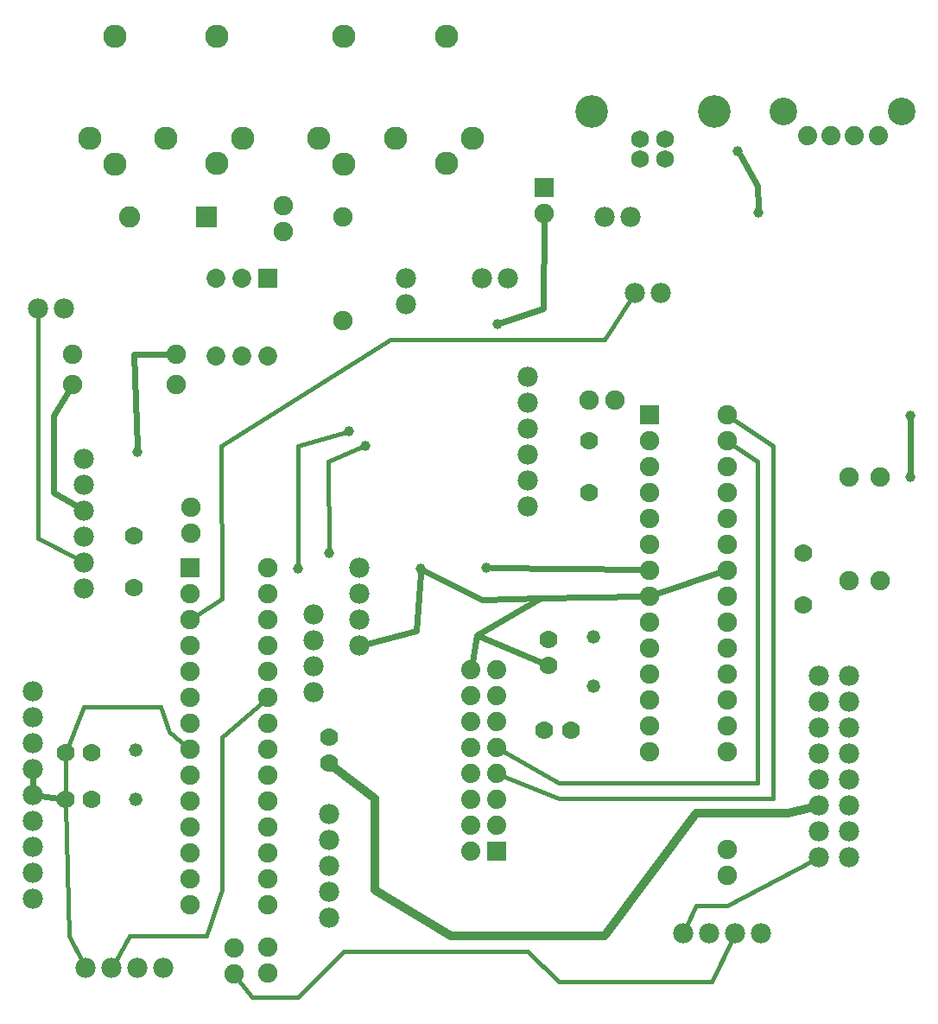
<source format=gtl>
G04 MADE WITH FRITZING*
G04 WWW.FRITZING.ORG*
G04 DOUBLE SIDED*
G04 HOLES PLATED*
G04 CONTOUR ON CENTER OF CONTOUR VECTOR*
%ASAXBY*%
%FSLAX23Y23*%
%MOIN*%
%OFA0B0*%
%SFA1.0B1.0*%
%ADD10C,0.039370*%
%ADD11C,0.052000*%
%ADD12C,0.070000*%
%ADD13C,0.078000*%
%ADD14C,0.068000*%
%ADD15C,0.126000*%
%ADD16C,0.074000*%
%ADD17C,0.106614*%
%ADD18C,0.072361*%
%ADD19C,0.072917*%
%ADD20C,0.082000*%
%ADD21C,0.090000*%
%ADD22C,0.075000*%
%ADD23R,0.072361X0.072361*%
%ADD24R,0.082000X0.082000*%
%ADD25R,0.074000X0.074000*%
%ADD26R,0.075000X0.075000*%
%ADD27C,0.016000*%
%ADD28C,0.024000*%
%ADD29C,0.032000*%
%LNCOPPER1*%
G90*
G70*
G54D10*
X3611Y2362D03*
X3611Y2125D03*
X3025Y3145D03*
X2944Y3383D03*
X2017Y2716D03*
X629Y2222D03*
X1507Y2246D03*
X1367Y1830D03*
X1446Y2302D03*
X1249Y1771D03*
X1722Y1771D03*
X1974Y1775D03*
G54D11*
X2389Y1509D03*
X2389Y1319D03*
X2389Y1509D03*
X2389Y1319D03*
X620Y1072D03*
X620Y882D03*
X620Y1072D03*
X620Y882D03*
G54D12*
X2214Y1398D03*
X2214Y1498D03*
X2300Y1147D03*
X2199Y1147D03*
X451Y880D03*
X351Y880D03*
X351Y1060D03*
X451Y1060D03*
G54D13*
X223Y1299D03*
X223Y1199D03*
X223Y1099D03*
X223Y999D03*
X223Y899D03*
X223Y799D03*
X223Y699D03*
X223Y599D03*
X223Y499D03*
X1367Y826D03*
X1367Y726D03*
X1367Y626D03*
X1367Y526D03*
X1367Y426D03*
X2430Y3129D03*
X2530Y3129D03*
X429Y232D03*
X529Y232D03*
X629Y232D03*
X729Y232D03*
X2736Y365D03*
X2836Y365D03*
X2936Y365D03*
X3036Y365D03*
X1308Y1594D03*
X1308Y1494D03*
X1308Y1394D03*
X1308Y1294D03*
G54D14*
X2568Y3350D03*
X2666Y3350D03*
X2666Y3428D03*
X2568Y3428D03*
G54D15*
X2380Y3535D03*
X2854Y3535D03*
G54D16*
X3488Y3441D03*
X3395Y3441D03*
X3306Y3441D03*
X3213Y3441D03*
G54D17*
X3122Y3535D03*
X3579Y3535D03*
G54D16*
X3488Y3441D03*
X3395Y3441D03*
X3306Y3441D03*
X3213Y3441D03*
G54D17*
X3122Y3535D03*
X3579Y3535D03*
G54D13*
X1663Y2893D03*
X1663Y2793D03*
X245Y2775D03*
X345Y2775D03*
G54D18*
X1131Y2893D03*
G54D19*
X1131Y2593D03*
X1031Y2893D03*
X1031Y2593D03*
X931Y2893D03*
X931Y2593D03*
G54D20*
X895Y3129D03*
X597Y3129D03*
G54D13*
X1958Y2893D03*
X2058Y2893D03*
X2548Y2834D03*
X2648Y2834D03*
G54D12*
X1367Y1121D03*
X1367Y1021D03*
X3198Y1830D03*
X3198Y1630D03*
G54D21*
X737Y3433D03*
X443Y3433D03*
X1034Y3433D03*
X934Y3334D03*
X540Y3333D03*
X934Y3826D03*
X540Y3826D03*
X737Y3433D03*
X443Y3433D03*
X1034Y3433D03*
X934Y3334D03*
X540Y3333D03*
X934Y3826D03*
X540Y3826D03*
X1623Y3433D03*
X1329Y3433D03*
X1920Y3433D03*
X1820Y3334D03*
X1426Y3333D03*
X1820Y3826D03*
X1426Y3826D03*
X1623Y3433D03*
X1329Y3433D03*
X1920Y3433D03*
X1820Y3334D03*
X1426Y3333D03*
X1820Y3826D03*
X1426Y3826D03*
G54D22*
X1421Y3129D03*
X1421Y2729D03*
G54D13*
X422Y2196D03*
X422Y2096D03*
X422Y1996D03*
X422Y1896D03*
X422Y1796D03*
X422Y1696D03*
X2135Y2511D03*
X2135Y2411D03*
X2135Y2311D03*
X2135Y2211D03*
X2135Y2111D03*
X2135Y2011D03*
G54D12*
X616Y1699D03*
X616Y1899D03*
X2371Y2066D03*
X2371Y2266D03*
G54D13*
X3375Y658D03*
X3375Y758D03*
X3375Y858D03*
X3375Y958D03*
X3375Y1058D03*
X3375Y1158D03*
X3375Y1258D03*
X3375Y1358D03*
X3257Y658D03*
X3257Y758D03*
X3257Y858D03*
X3257Y958D03*
X3257Y1058D03*
X3257Y1158D03*
X3257Y1258D03*
X3257Y1358D03*
G54D16*
X1915Y681D03*
X1915Y781D03*
X1915Y881D03*
X1915Y981D03*
X1915Y1081D03*
X1915Y1181D03*
X1915Y1281D03*
X1915Y1381D03*
X2015Y681D03*
X2015Y781D03*
X2015Y881D03*
X2015Y981D03*
X2015Y1081D03*
X2015Y1181D03*
X2015Y1281D03*
X2015Y1381D03*
G54D13*
X1485Y1476D03*
X1485Y1576D03*
X1485Y1676D03*
X1485Y1776D03*
G54D22*
X831Y1774D03*
X1131Y1774D03*
X831Y1674D03*
X1131Y1674D03*
X831Y1574D03*
X1131Y1574D03*
X831Y1474D03*
X1131Y1474D03*
X831Y1374D03*
X1131Y1374D03*
X831Y1274D03*
X1131Y1274D03*
X831Y1174D03*
X1131Y1174D03*
X831Y1074D03*
X1131Y1074D03*
X831Y974D03*
X1131Y974D03*
X831Y874D03*
X1131Y874D03*
X831Y774D03*
X1131Y774D03*
X831Y674D03*
X1131Y674D03*
X831Y574D03*
X1131Y574D03*
X831Y474D03*
X1131Y474D03*
X2603Y2366D03*
X2903Y2366D03*
X2603Y2266D03*
X2903Y2266D03*
X2603Y2166D03*
X2903Y2166D03*
X2603Y2066D03*
X2903Y2066D03*
X2603Y1966D03*
X2903Y1966D03*
X2603Y1866D03*
X2903Y1866D03*
X2603Y1766D03*
X2903Y1766D03*
X2603Y1666D03*
X2903Y1666D03*
X2603Y1566D03*
X2903Y1566D03*
X2603Y1466D03*
X2903Y1466D03*
X2603Y1366D03*
X2903Y1366D03*
X2603Y1266D03*
X2903Y1266D03*
X2603Y1166D03*
X2903Y1166D03*
X2603Y1066D03*
X2903Y1066D03*
X3493Y2125D03*
X3493Y1725D03*
X3375Y2125D03*
X3375Y1725D03*
X2903Y689D03*
X2903Y589D03*
X1002Y307D03*
X1002Y207D03*
X1132Y311D03*
X1132Y211D03*
X836Y2007D03*
X836Y1907D03*
X2371Y2421D03*
X2471Y2421D03*
X2198Y3243D03*
X2198Y3143D03*
X777Y2480D03*
X377Y2480D03*
X777Y2598D03*
X377Y2598D03*
X1190Y3070D03*
X1190Y3170D03*
G54D23*
X1131Y2893D03*
G54D24*
X896Y3129D03*
G54D25*
X2015Y681D03*
G54D26*
X831Y1774D03*
X2603Y2366D03*
X2198Y3243D03*
G54D27*
X2254Y944D02*
X3021Y944D01*
D02*
X3021Y944D02*
X3021Y2184D01*
D02*
X3021Y2184D02*
X2922Y2253D01*
D02*
X2037Y1068D02*
X2254Y944D01*
D02*
X3081Y2244D02*
X2922Y2353D01*
D02*
X3081Y884D02*
X3081Y2244D01*
D02*
X2254Y884D02*
X3081Y884D01*
D02*
X2038Y971D02*
X2254Y884D01*
G54D28*
D02*
X3611Y2144D02*
X3611Y2343D01*
D02*
X305Y2066D02*
X397Y2012D01*
D02*
X362Y2455D02*
X305Y2361D01*
D02*
X305Y2361D02*
X305Y2066D01*
G54D27*
D02*
X401Y1808D02*
X244Y1889D01*
G54D28*
D02*
X748Y2598D02*
X615Y2597D01*
D02*
X615Y2597D02*
X628Y2241D01*
D02*
X2198Y3115D02*
X2195Y2776D01*
D02*
X2195Y2776D02*
X2035Y2722D01*
D02*
X3021Y3248D02*
X2953Y3367D01*
D02*
X3024Y3164D02*
X3021Y3248D01*
D02*
X1704Y1531D02*
X1515Y1483D01*
D02*
X1720Y1752D02*
X1704Y1531D01*
G54D27*
D02*
X1249Y2244D02*
X1434Y2298D01*
D02*
X1249Y1785D02*
X1249Y2244D01*
D02*
X1366Y2184D02*
X1495Y2240D01*
D02*
X1367Y1844D02*
X1366Y2184D01*
D02*
X244Y1889D02*
X245Y2750D01*
G54D28*
D02*
X1939Y1514D02*
X2183Y1659D01*
D02*
X2574Y1767D02*
X1993Y1775D01*
D02*
X2183Y1659D02*
X2574Y1666D01*
D02*
X1920Y1411D02*
X1939Y1514D01*
D02*
X1957Y1651D02*
X1739Y1762D01*
D02*
X2183Y1659D02*
X1957Y1651D01*
G54D27*
D02*
X717Y1239D02*
X422Y1239D01*
D02*
X751Y1142D02*
X717Y1239D01*
D02*
X813Y1089D02*
X751Y1142D01*
G54D28*
D02*
X2630Y1675D02*
X2876Y1757D01*
G54D27*
D02*
X952Y2244D02*
X954Y1654D01*
D02*
X1604Y2656D02*
X952Y2244D01*
D02*
X2431Y2656D02*
X1604Y2656D01*
D02*
X2535Y2814D02*
X2431Y2656D01*
D02*
X954Y1654D02*
X850Y1587D01*
D02*
X351Y1039D02*
X351Y901D01*
D02*
X422Y1239D02*
X358Y1079D01*
G54D29*
D02*
X2431Y355D02*
X2786Y827D01*
D02*
X3138Y827D02*
X3223Y849D01*
D02*
X2786Y827D02*
X3138Y827D01*
D02*
X1392Y1002D02*
X1544Y884D01*
D02*
X1838Y355D02*
X2431Y355D01*
D02*
X1544Y884D02*
X1544Y532D01*
D02*
X1544Y532D02*
X1838Y355D01*
G54D28*
D02*
X1939Y1514D02*
X2190Y1408D01*
D02*
X223Y929D02*
X223Y969D01*
D02*
X253Y894D02*
X325Y884D01*
G54D27*
D02*
X2786Y472D02*
X2903Y472D01*
D02*
X2903Y472D02*
X3235Y646D01*
D02*
X2746Y387D02*
X2786Y472D01*
D02*
X1249Y117D02*
X1426Y295D01*
D02*
X1071Y117D02*
X1249Y117D01*
D02*
X1426Y295D02*
X2136Y295D01*
D02*
X2136Y295D02*
X2254Y177D01*
D02*
X2254Y177D02*
X2843Y177D01*
D02*
X1016Y189D02*
X1071Y117D01*
D02*
X2843Y177D02*
X2925Y343D01*
D02*
X954Y1122D02*
X1114Y1259D01*
D02*
X599Y355D02*
X894Y355D01*
D02*
X541Y253D02*
X599Y355D01*
D02*
X954Y532D02*
X954Y1122D01*
D02*
X894Y355D02*
X954Y532D01*
D02*
X365Y355D02*
X352Y860D01*
D02*
X418Y253D02*
X365Y355D01*
G04 End of Copper1*
M02*
</source>
